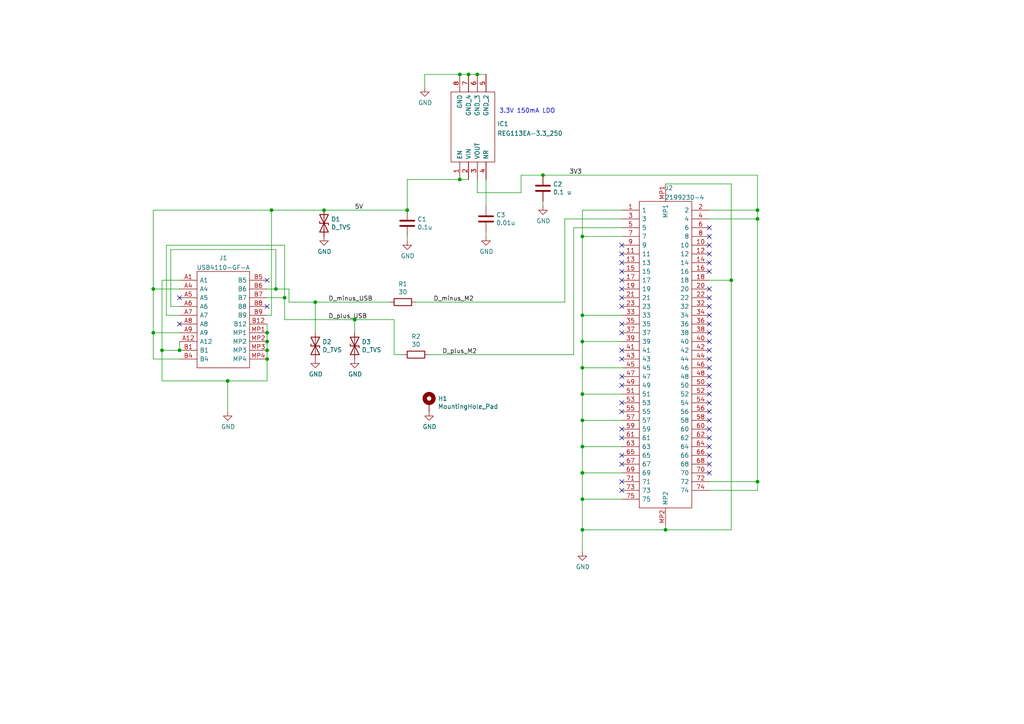
<source format=kicad_sch>
(kicad_sch (version 20211123) (generator eeschema)
  (paper "A4")
  (lib_symbols
    (symbol "2199230-4_1" (pin_names (offset 0.762))
      (property "Reference" "J" (at 95.25 12.7 0))
      (property "Value" "2199230-4_1" (at 95.25 10.16 0))
      (symbol "2199230-4_1_0_0"
        (pin passive line (at 7.62 12.7 270) (length 5.08) (name "1") (number "1"))
        (pin passive line (at 17.78 -12.7 90) (length 5.08) (name "10") (number "10"))
        (pin passive line (at 20.32 12.7 270) (length 5.08) (name "11") (number "11"))
        (pin passive line (at 20.32 -12.7 90) (length 5.08) (name "12") (number "12"))
        (pin passive line (at 22.86 12.7 270) (length 5.08) (name "13") (number "13"))
        (pin passive line (at 22.86 -12.7 90) (length 5.08) (name "14") (number "14"))
        (pin passive line (at 25.4 12.7 270) (length 5.08) (name "15") (number "15"))
        (pin passive line (at 25.4 -12.7 90) (length 5.08) (name "16") (number "16"))
        (pin passive line (at 27.94 12.7 270) (length 5.08) (name "17") (number "17"))
        (pin passive line (at 27.94 -12.7 90) (length 5.08) (name "18") (number "18"))
        (pin passive line (at 30.48 12.7 270) (length 5.08) (name "19") (number "19"))
        (pin passive line (at 7.62 -12.7 90) (length 5.08) (name "2") (number "2"))
        (pin passive line (at 30.48 -12.7 90) (length 5.08) (name "20") (number "20"))
        (pin passive line (at 33.02 12.7 270) (length 5.08) (name "21") (number "21"))
        (pin passive line (at 33.02 -12.7 90) (length 5.08) (name "22") (number "22"))
        (pin passive line (at 35.56 12.7 270) (length 5.08) (name "23") (number "23"))
        (pin passive line (at 10.16 12.7 270) (length 5.08) (name "3") (number "3"))
        (pin passive line (at 35.56 -12.7 90) (length 5.08) (name "32") (number "32"))
        (pin passive line (at 38.1 12.7 270) (length 5.08) (name "33") (number "33"))
        (pin passive line (at 38.1 -12.7 90) (length 5.08) (name "34") (number "34"))
        (pin passive line (at 40.64 12.7 270) (length 5.08) (name "35") (number "35"))
        (pin passive line (at 40.64 -12.7 90) (length 5.08) (name "36") (number "36"))
        (pin passive line (at 43.18 12.7 270) (length 5.08) (name "37") (number "37"))
        (pin passive line (at 43.18 -12.7 90) (length 5.08) (name "38") (number "38"))
        (pin passive line (at 45.72 12.7 270) (length 5.08) (name "39") (number "39"))
        (pin passive line (at 10.16 -12.7 90) (length 5.08) (name "4") (number "4"))
        (pin passive line (at 45.72 -12.7 90) (length 5.08) (name "40") (number "40"))
        (pin passive line (at 48.26 12.7 270) (length 5.08) (name "41") (number "41"))
        (pin passive line (at 48.26 -12.7 90) (length 5.08) (name "42") (number "42"))
        (pin passive line (at 50.8 12.7 270) (length 5.08) (name "43") (number "43"))
        (pin passive line (at 50.8 -12.7 90) (length 5.08) (name "44") (number "44"))
        (pin passive line (at 53.34 12.7 270) (length 5.08) (name "45") (number "45"))
        (pin passive line (at 53.34 -12.7 90) (length 5.08) (name "46") (number "46"))
        (pin passive line (at 55.88 12.7 270) (length 5.08) (name "47") (number "47"))
        (pin passive line (at 55.88 -12.7 90) (length 5.08) (name "48") (number "48"))
        (pin passive line (at 58.42 12.7 270) (length 5.08) (name "49") (number "49"))
        (pin passive line (at 12.7 12.7 270) (length 5.08) (name "5") (number "5"))
        (pin passive line (at 58.42 -12.7 90) (length 5.08) (name "50") (number "50"))
        (pin passive line (at 60.96 12.7 270) (length 5.08) (name "51") (number "51"))
        (pin passive line (at 60.96 -12.7 90) (length 5.08) (name "52") (number "52"))
        (pin passive line (at 63.5 12.7 270) (length 5.08) (name "53") (number "53"))
        (pin passive line (at 63.5 -12.7 90) (length 5.08) (name "54") (number "54"))
        (pin passive line (at 66.04 12.7 270) (length 5.08) (name "55") (number "55"))
        (pin passive line (at 66.04 -12.7 90) (length 5.08) (name "56") (number "56"))
        (pin passive line (at 68.58 12.7 270) (length 5.08) (name "57") (number "57"))
        (pin passive line (at 68.58 -12.7 90) (length 5.08) (name "58") (number "58"))
        (pin passive line (at 71.12 12.7 270) (length 5.08) (name "59") (number "59"))
        (pin passive line (at 12.7 -12.7 90) (length 5.08) (name "6") (number "6"))
        (pin passive line (at 71.12 -12.7 90) (length 5.08) (name "60") (number "60"))
        (pin passive line (at 73.66 12.7 270) (length 5.08) (name "61") (number "61"))
        (pin passive line (at 73.66 -12.7 90) (length 5.08) (name "62") (number "62"))
        (pin passive line (at 76.2 12.7 270) (length 5.08) (name "63") (number "63"))
        (pin passive line (at 76.2 -12.7 90) (length 5.08) (name "64") (number "64"))
        (pin passive line (at 78.74 12.7 270) (length 5.08) (name "65") (number "65"))
        (pin passive line (at 78.74 -12.7 90) (length 5.08) (name "66") (number "66"))
        (pin passive line (at 81.28 12.7 270) (length 5.08) (name "67") (number "67"))
        (pin passive line (at 81.28 -12.7 90) (length 5.08) (name "68") (number "68"))
        (pin passive line (at 83.82 12.7 270) (length 5.08) (name "69") (number "69"))
        (pin passive line (at 15.24 12.7 270) (length 5.08) (name "7") (number "7"))
        (pin passive line (at 83.82 -12.7 90) (length 5.08) (name "70") (number "70"))
        (pin passive line (at 86.36 12.7 270) (length 5.08) (name "71") (number "71"))
        (pin passive line (at 86.36 -12.7 90) (length 5.08) (name "72") (number "72"))
        (pin passive line (at 88.9 12.7 270) (length 5.08) (name "73") (number "73"))
        (pin passive line (at 88.9 -12.7 90) (length 5.08) (name "74") (number "74"))
        (pin passive line (at 91.44 12.7 270) (length 5.08) (name "75") (number "75"))
        (pin passive line (at 15.24 -12.7 90) (length 5.08) (name "8") (number "8"))
        (pin passive line (at 17.78 12.7 270) (length 5.08) (name "9") (number "9"))
        (pin passive line (at 0 0 0) (length 5.08) (name "MP1") (number "MP1"))
        (pin passive line (at 99.06 0 180) (length 5.08) (name "MP2") (number "MP2"))
      )
      (symbol "2199230-4_1_0_1"
        (polyline (pts (xy 5.08 7.62) (xy 93.98 7.62) (xy 93.98 -7.62) (xy 5.08 -7.62) (xy 5.08 7.62)) (stroke (width 0.1524)))
      )
    )
    (symbol "Device:C" (pin_numbers hide) (pin_names (offset 0.254))
      (property "Reference" "C" (at 0.635 2.54 0))
      (property "Value" "C" (at 0.635 -2.54 0))
      (symbol "C_0_1"
        (polyline (pts (xy -2.032 -0.762) (xy 2.032 -0.762)) (stroke (width 0.508)))
        (polyline (pts (xy -2.032 0.762) (xy 2.032 0.762)) (stroke (width 0.508)))
      )
      (symbol "C_1_1"
        (pin passive line (at 0 3.81 270) (length 2.794) (name "~") (number "1"))
        (pin passive line (at 0 -3.81 90) (length 2.794) (name "~") (number "2"))
      )
    )
    (symbol "Device:D_TVS" (pin_numbers hide) (pin_names (offset 1.016) hide)
      (property "Reference" "D" (at 0 2.54 0))
      (property "Value" "D_TVS" (at 0 -2.54 0))
      (symbol "D_TVS_0_1"
        (polyline (pts (xy 1.27 0) (xy -1.27 0)))
        (polyline (pts (xy 0.508 1.27) (xy 0 1.27) (xy 0 -1.27) (xy -0.508 -1.27)) (stroke (width 0.254)))
        (polyline (pts (xy -2.54 1.27) (xy -2.54 -1.27) (xy 2.54 1.27) (xy 2.54 -1.27) (xy -2.54 1.27)) (stroke (width 0.254)))
      )
      (symbol "D_TVS_1_1"
        (pin passive line (at -3.81 0 0) (length 2.54) (name "A1") (number "1"))
        (pin passive line (at 3.81 0 180) (length 2.54) (name "A2") (number "2"))
      )
    )
    (symbol "Device:R" (pin_numbers hide) (pin_names (offset 0))
      (property "Reference" "R" (at 2.032 0 90))
      (property "Value" "R" (at 0 0 90))
      (symbol "R_0_1"
        (rectangle (start -1.016 -2.54) (end 1.016 2.54) (stroke (width 0.254)))
      )
      (symbol "R_1_1"
        (pin passive line (at 0 3.81 270) (length 1.27) (name "~") (number "1"))
        (pin passive line (at 0 -3.81 90) (length 1.27) (name "~") (number "2"))
      )
    )
    (symbol "Mechanical:MountingHole_Pad" (pin_numbers hide) (pin_names (offset 1.016) hide)
      (property "Reference" "H" (at 0 6.35 0))
      (property "Value" "MountingHole_Pad" (at 0 4.445 0))
      (symbol "MountingHole_Pad_0_1"
        (circle (center 0 1.27) (radius 1.27) (stroke (width 1.27)))
      )
      (symbol "MountingHole_Pad_1_1"
        (pin input line (at 0 -2.54 90) (length 2.54) (name "1") (number "1"))
      )
    )
    (symbol "REG113EA-3.3_250:REG113EA-3.3_250" (pin_names (offset 0.762))
      (property "Reference" "IC" (at 26.67 7.62 0))
      (property "Value" "REG113EA-3.3_250" (at 26.67 5.08 0))
      (symbol "REG113EA-3.3_250_0_0"
        (pin passive line (at 0 0 0) (length 5.08) (name "EN") (number "1"))
        (pin passive line (at 0 -2.54 0) (length 5.08) (name "VIN") (number "2"))
        (pin passive line (at 0 -5.08 0) (length 5.08) (name "VOUT") (number "3"))
        (pin passive line (at 0 -7.62 0) (length 5.08) (name "NR") (number "4"))
        (pin passive line (at 30.48 -7.62 180) (length 5.08) (name "GND_2") (number "5"))
        (pin passive line (at 30.48 -5.08 180) (length 5.08) (name "GND_3") (number "6"))
        (pin passive line (at 30.48 -2.54 180) (length 5.08) (name "GND_4") (number "7"))
        (pin passive line (at 30.48 0 180) (length 5.08) (name "GND") (number "8"))
      )
      (symbol "REG113EA-3.3_250_0_1"
        (polyline (pts (xy 5.08 2.54) (xy 25.4 2.54) (xy 25.4 -10.16) (xy 5.08 -10.16) (xy 5.08 2.54)) (stroke (width 0.1524)))
      )
    )
    (symbol "USB4110-GF-A:USB4110-GF-A" (pin_names (offset 0.762))
      (property "Reference" "J" (at 21.59 7.62 0))
      (property "Value" "USB4110-GF-A" (at 21.59 5.08 0))
      (symbol "USB4110-GF-A_0_0"
        (pin passive line (at 0 0 0) (length 5.08) (name "A1") (number "A1"))
        (pin passive line (at 0 -17.78 0) (length 5.08) (name "A12") (number "A12"))
        (pin passive line (at 0 -2.54 0) (length 5.08) (name "A4") (number "A4"))
        (pin passive line (at 0 -5.08 0) (length 5.08) (name "A5") (number "A5"))
        (pin passive line (at 0 -7.62 0) (length 5.08) (name "A6") (number "A6"))
        (pin passive line (at 0 -10.16 0) (length 5.08) (name "A7") (number "A7"))
        (pin passive line (at 0 -12.7 0) (length 5.08) (name "A8") (number "A8"))
        (pin passive line (at 0 -15.24 0) (length 5.08) (name "A9") (number "A9"))
        (pin passive line (at 0 -20.32 0) (length 5.08) (name "B1") (number "B1"))
        (pin passive line (at 25.4 -12.7 180) (length 5.08) (name "B12") (number "B12"))
        (pin passive line (at 0 -22.86 0) (length 5.08) (name "B4") (number "B4"))
        (pin passive line (at 25.4 0 180) (length 5.08) (name "B5") (number "B5"))
        (pin passive line (at 25.4 -2.54 180) (length 5.08) (name "B6") (number "B6"))
        (pin passive line (at 25.4 -5.08 180) (length 5.08) (name "B7") (number "B7"))
        (pin passive line (at 25.4 -7.62 180) (length 5.08) (name "B8") (number "B8"))
        (pin passive line (at 25.4 -10.16 180) (length 5.08) (name "B9") (number "B9"))
        (pin passive line (at 25.4 -15.24 180) (length 5.08) (name "MP1") (number "MP1"))
        (pin passive line (at 25.4 -17.78 180) (length 5.08) (name "MP2") (number "MP2"))
        (pin passive line (at 25.4 -20.32 180) (length 5.08) (name "MP3") (number "MP3"))
        (pin passive line (at 25.4 -22.86 180) (length 5.08) (name "MP4") (number "MP4"))
      )
      (symbol "USB4110-GF-A_0_1"
        (polyline (pts (xy 5.08 2.54) (xy 20.32 2.54) (xy 20.32 -25.4) (xy 5.08 -25.4) (xy 5.08 2.54)) (stroke (width 0.1524)))
      )
    )
    (symbol "power:GND" (power) (pin_names (offset 0))
      (property "Value" "GND" (at 0 -3.81 0))
      (symbol "GND_0_1"
        (polyline (pts (xy 0 0) (xy 0 -1.27) (xy 1.27 -1.27) (xy 0 -2.54) (xy -1.27 -1.27) (xy 0 -1.27)))
      )
      (symbol "GND_1_1"
        (pin power_in line (at 0 0 270) (length 0) hide (name "GND") (number "1"))
      )
    )
  )
  (junction (at 219.71 63.5))
  (junction (at 77.47 99.06))
  (junction (at 168.91 114.3))
  (junction (at 44.45 83.82))
  (junction (at 168.91 137.16))
  (junction (at 133.35 52.07))
  (junction (at 93.98 60.96))
  (junction (at 80.01 83.82))
  (junction (at 46.99 101.6))
  (junction (at 168.91 91.44))
  (junction (at 118.11 60.96))
  (junction (at 219.71 139.7))
  (junction (at 168.91 68.58))
  (junction (at 77.47 96.52))
  (junction (at 168.91 153.67))
  (junction (at 219.71 60.96))
  (junction (at 82.55 86.36))
  (junction (at 78.74 60.96))
  (junction (at 168.91 129.54))
  (junction (at 168.91 99.06))
  (junction (at 133.35 21.59))
  (junction (at 77.47 101.6))
  (junction (at 193.04 153.67))
  (junction (at 91.44 87.63))
  (junction (at 168.91 121.92))
  (junction (at 135.89 21.59))
  (junction (at 168.91 106.68))
  (junction (at 52.07 101.6))
  (junction (at 168.91 144.78))
  (junction (at 138.43 21.59))
  (junction (at 66.04 110.49))
  (junction (at 102.87 92.71))
  (junction (at 77.47 104.14))
  (junction (at 157.48 50.8))
  (junction (at 44.45 96.52))
  (junction (at 212.09 81.28))
  (no_connect (at 205.74 73.66))
  (no_connect (at 205.74 78.74))
  (no_connect (at 180.34 116.84))
  (no_connect (at 205.74 134.62))
  (no_connect (at 180.34 78.74))
  (no_connect (at 205.74 111.76))
  (no_connect (at 205.74 101.6))
  (no_connect (at 205.74 71.12))
  (no_connect (at 205.74 91.44))
  (no_connect (at 180.34 71.12))
  (no_connect (at 180.34 134.62))
  (no_connect (at 205.74 83.82))
  (no_connect (at 180.34 86.36))
  (no_connect (at 205.74 93.98))
  (no_connect (at 180.34 83.82))
  (no_connect (at 180.34 132.08))
  (no_connect (at 205.74 88.9))
  (no_connect (at 180.34 81.28))
  (no_connect (at 180.34 101.6))
  (no_connect (at 180.34 124.46))
  (no_connect (at 205.74 96.52))
  (no_connect (at 205.74 114.3))
  (no_connect (at 205.74 109.22))
  (no_connect (at 180.34 104.14))
  (no_connect (at 180.34 111.76))
  (no_connect (at 180.34 93.98))
  (no_connect (at 205.74 132.08))
  (no_connect (at 205.74 127))
  (no_connect (at 205.74 99.06))
  (no_connect (at 205.74 104.14))
  (no_connect (at 180.34 96.52))
  (no_connect (at 180.34 142.24))
  (no_connect (at 205.74 119.38))
  (no_connect (at 180.34 109.22))
  (no_connect (at 205.74 116.84))
  (no_connect (at 205.74 76.2))
  (no_connect (at 180.34 139.7))
  (no_connect (at 180.34 127))
  (no_connect (at 180.34 119.38))
  (no_connect (at 205.74 66.04))
  (no_connect (at 180.34 73.66))
  (no_connect (at 205.74 68.58))
  (no_connect (at 205.74 106.68))
  (no_connect (at 205.74 121.92))
  (no_connect (at 205.74 124.46))
  (no_connect (at 205.74 137.16))
  (no_connect (at 205.74 129.54))
  (no_connect (at 180.34 76.2))
  (no_connect (at 180.34 88.9))
  (no_connect (at 205.74 86.36))
  (no_connect (at 52.07 93.98))
  (no_connect (at 52.07 86.36))
  (no_connect (at 77.47 81.28))
  (no_connect (at 77.47 88.9))
  (wire (pts (xy 118.11 52.07) (xy 118.11 60.96)))
  (wire (pts (xy 118.11 68.58) (xy 118.11 69.85)))
  (wire (pts (xy 193.04 153.67) (xy 168.91 153.67)))
  (wire (pts (xy 166.37 66.04) (xy 180.34 66.04)))
  (wire (pts (xy 168.91 68.58) (xy 168.91 91.44)))
  (wire (pts (xy 219.71 50.8) (xy 157.48 50.8)))
  (wire (pts (xy 91.44 87.63) (xy 113.03 87.63)))
  (wire (pts (xy 180.34 68.58) (xy 168.91 68.58)))
  (wire (pts (xy 77.47 91.44) (xy 78.74 91.44)))
  (wire (pts (xy 168.91 114.3) (xy 168.91 121.92)))
  (wire (pts (xy 66.04 110.49) (xy 66.04 119.38)))
  (wire (pts (xy 140.97 67.31) (xy 140.97 68.58)))
  (wire (pts (xy 83.82 83.82) (xy 83.82 87.63)))
  (wire (pts (xy 77.47 101.6) (xy 77.47 104.14)))
  (wire (pts (xy 77.47 96.52) (xy 77.47 99.06)))
  (wire (pts (xy 180.34 106.68) (xy 168.91 106.68)))
  (wire (pts (xy 157.48 58.42) (xy 157.48 59.69)))
  (wire (pts (xy 46.99 81.28) (xy 52.07 81.28)))
  (wire (pts (xy 168.91 60.96) (xy 168.91 68.58)))
  (wire (pts (xy 138.43 52.07) (xy 138.43 55.88)))
  (wire (pts (xy 180.34 129.54) (xy 168.91 129.54)))
  (wire (pts (xy 77.47 86.36) (xy 82.55 86.36)))
  (wire (pts (xy 212.09 153.67) (xy 193.04 153.67)))
  (wire (pts (xy 138.43 55.88) (xy 151.13 55.88)))
  (wire (pts (xy 93.98 60.96) (xy 118.11 60.96)))
  (wire (pts (xy 193.04 152.4) (xy 193.04 153.67)))
  (wire (pts (xy 205.74 139.7) (xy 219.71 139.7)))
  (wire (pts (xy 52.07 99.06) (xy 52.07 101.6)))
  (wire (pts (xy 168.91 137.16) (xy 168.91 144.78)))
  (wire (pts (xy 44.45 83.82) (xy 44.45 60.96)))
  (wire (pts (xy 168.91 99.06) (xy 168.91 106.68)))
  (wire (pts (xy 180.34 121.92) (xy 168.91 121.92)))
  (wire (pts (xy 180.34 91.44) (xy 168.91 91.44)))
  (wire (pts (xy 133.35 21.59) (xy 135.89 21.59)))
  (wire (pts (xy 80.01 72.39) (xy 80.01 83.82)))
  (wire (pts (xy 205.74 60.96) (xy 219.71 60.96)))
  (wire (pts (xy 168.91 91.44) (xy 168.91 99.06)))
  (wire (pts (xy 168.91 121.92) (xy 168.91 129.54)))
  (wire (pts (xy 46.99 81.28) (xy 46.99 101.6)))
  (wire (pts (xy 91.44 87.63) (xy 91.44 96.52)))
  (wire (pts (xy 212.09 53.34) (xy 212.09 81.28)))
  (wire (pts (xy 77.47 83.82) (xy 80.01 83.82)))
  (wire (pts (xy 52.07 104.14) (xy 44.45 104.14)))
  (wire (pts (xy 124.46 102.87) (xy 166.37 102.87)))
  (wire (pts (xy 157.48 50.8) (xy 151.13 50.8)))
  (wire (pts (xy 77.47 93.98) (xy 77.47 96.52)))
  (wire (pts (xy 151.13 55.88) (xy 151.13 50.8)))
  (wire (pts (xy 168.91 60.96) (xy 180.34 60.96)))
  (wire (pts (xy 46.99 110.49) (xy 66.04 110.49)))
  (wire (pts (xy 48.26 71.12) (xy 82.55 71.12)))
  (wire (pts (xy 180.34 99.06) (xy 168.91 99.06)))
  (wire (pts (xy 163.83 63.5) (xy 180.34 63.5)))
  (wire (pts (xy 49.53 72.39) (xy 80.01 72.39)))
  (wire (pts (xy 102.87 92.71) (xy 102.87 96.52)))
  (wire (pts (xy 123.19 21.59) (xy 133.35 21.59)))
  (wire (pts (xy 77.47 99.06) (xy 77.47 101.6)))
  (wire (pts (xy 219.71 63.5) (xy 219.71 60.96)))
  (wire (pts (xy 120.65 87.63) (xy 163.83 87.63)))
  (wire (pts (xy 123.19 21.59) (xy 123.19 25.4)))
  (wire (pts (xy 78.74 91.44) (xy 78.74 60.96)))
  (wire (pts (xy 168.91 153.67) (xy 168.91 160.02)))
  (wire (pts (xy 52.07 101.6) (xy 46.99 101.6)))
  (wire (pts (xy 219.71 139.7) (xy 219.71 63.5)))
  (wire (pts (xy 140.97 52.07) (xy 140.97 59.69)))
  (wire (pts (xy 82.55 71.12) (xy 82.55 86.36)))
  (wire (pts (xy 82.55 92.71) (xy 102.87 92.71)))
  (wire (pts (xy 219.71 142.24) (xy 219.71 139.7)))
  (wire (pts (xy 168.91 106.68) (xy 168.91 114.3)))
  (wire (pts (xy 205.74 63.5) (xy 219.71 63.5)))
  (wire (pts (xy 168.91 144.78) (xy 168.91 153.67)))
  (wire (pts (xy 102.87 92.71) (xy 114.3 92.71)))
  (wire (pts (xy 116.84 102.87) (xy 114.3 102.87)))
  (wire (pts (xy 44.45 104.14) (xy 44.45 96.52)))
  (wire (pts (xy 205.74 142.24) (xy 219.71 142.24)))
  (wire (pts (xy 166.37 102.87) (xy 166.37 66.04)))
  (wire (pts (xy 205.74 81.28) (xy 212.09 81.28)))
  (wire (pts (xy 44.45 83.82) (xy 52.07 83.82)))
  (wire (pts (xy 114.3 102.87) (xy 114.3 92.71)))
  (wire (pts (xy 44.45 96.52) (xy 44.45 83.82)))
  (wire (pts (xy 83.82 87.63) (xy 91.44 87.63)))
  (wire (pts (xy 80.01 83.82) (xy 83.82 83.82)))
  (wire (pts (xy 46.99 101.6) (xy 46.99 110.49)))
  (wire (pts (xy 219.71 60.96) (xy 219.71 50.8)))
  (wire (pts (xy 163.83 87.63) (xy 163.83 63.5)))
  (wire (pts (xy 168.91 129.54) (xy 168.91 137.16)))
  (wire (pts (xy 52.07 91.44) (xy 48.26 91.44)))
  (wire (pts (xy 212.09 81.28) (xy 212.09 153.67)))
  (wire (pts (xy 44.45 96.52) (xy 52.07 96.52)))
  (wire (pts (xy 52.07 88.9) (xy 49.53 88.9)))
  (wire (pts (xy 77.47 110.49) (xy 66.04 110.49)))
  (wire (pts (xy 48.26 91.44) (xy 48.26 71.12)))
  (wire (pts (xy 135.89 52.07) (xy 133.35 52.07)))
  (wire (pts (xy 82.55 86.36) (xy 82.55 92.71)))
  (wire (pts (xy 180.34 114.3) (xy 168.91 114.3)))
  (wire (pts (xy 44.45 60.96) (xy 78.74 60.96)))
  (wire (pts (xy 180.34 144.78) (xy 168.91 144.78)))
  (wire (pts (xy 77.47 104.14) (xy 77.47 110.49)))
  (wire (pts (xy 135.89 21.59) (xy 138.43 21.59)))
  (wire (pts (xy 193.04 53.34) (xy 212.09 53.34)))
  (wire (pts (xy 138.43 21.59) (xy 140.97 21.59)))
  (wire (pts (xy 78.74 60.96) (xy 93.98 60.96)))
  (wire (pts (xy 49.53 88.9) (xy 49.53 72.39)))
  (wire (pts (xy 180.34 137.16) (xy 168.91 137.16)))
  (wire (pts (xy 133.35 52.07) (xy 118.11 52.07)))
  (text "3.3V 150mA LDO" (at 144.78 33.02 0) (effects (font (size 1.27 1.27)) (justify left bottom)))
  (label "3V3" (at 165.1 50.8 0))
  (label "D_minus_USB" (at 95.25 87.63 0))
  (label "D_plus_USB" (at 95.25 92.71 0))
  (label "5V" (at 102.87 60.96 0))
  (label "D_minus_M2" (at 125.73 87.63 0))
  (label "D_plus_M2" (at 128.27 102.87 0))
  (symbol (lib_id "Device:R") (at 116.84 87.63 270) (unit 1)
    (property "Reference" "R1" (at 116.84 82.3722 90))
    (property "Value" "30" (at 116.84 84.6836 90))
    (property "Footprint" "Resistor_SMD:R_1206_3216Metric_Pad1.30x1.75mm_HandSolder" (effects hide))
  )
  (symbol (lib_id "Device:R") (at 120.65 102.87 270) (unit 1)
    (property "Reference" "R2" (at 120.65 97.6122 90))
    (property "Value" "30" (at 120.65 99.9236 90))
    (property "Footprint" "Resistor_SMD:R_1206_3216Metric_Pad1.30x1.75mm_HandSolder" (effects hide))
  )
  (symbol (lib_id "Device:C") (at 118.11 64.77 0) (unit 1)
    (property "Reference" "C1" (at 121.031 63.6016 0) (effects (justify left)))
    (property "Value" "0.1u" (at 121.031 65.913 0) (effects (justify left)))
    (property "Footprint" "Capacitor_SMD:C_1206_3216Metric_Pad1.33x1.80mm_HandSolder" (effects hide))
  )
  (symbol (lib_id "power:GND") (at 118.11 69.85 0) (unit 1)
    (property "Reference" "#PWR0105" (effects hide))
    (property "Value" "GND" (at 118.237 74.2442 0))
  )
  (symbol (lib_id "power:GND") (at 102.87 104.14 0) (unit 1)
    (property "Reference" "#PWR0106" (effects hide))
    (property "Value" "GND" (at 102.997 108.5342 0))
  )
  (symbol (lib_id "power:GND") (at 91.44 104.14 0) (unit 1)
    (property "Reference" "#PWR0107" (effects hide))
    (property "Value" "GND" (at 91.567 108.5342 0))
  )
  (symbol (lib_id "power:GND") (at 123.19 25.4 0) (unit 1)
    (property "Reference" "#PWR0103" (effects hide))
    (property "Value" "GND" (at 123.317 29.7942 0))
  )
  (symbol (lib_id "Device:D_TVS") (at 91.44 100.33 270) (unit 1)
    (property "Reference" "D2" (at 93.472 99.1616 90) (effects (justify left)))
    (property "Value" "D_TVS" (at 93.472 101.473 90) (effects (justify left)))
    (property "Footprint" "tvs-diode-CGA0603MLC-05E-pcb-part-libraries:DIONC1608X56N" (effects hide))
  )
  (symbol (lib_id "Device:D_TVS") (at 102.87 100.33 270) (unit 1)
    (property "Reference" "D3" (at 104.902 99.1616 90) (effects (justify left)))
    (property "Value" "D_TVS" (at 104.902 101.473 90) (effects (justify left)))
    (property "Footprint" "tvs-diode-CGA0603MLC-05E-pcb-part-libraries:DIONC1608X56N" (effects hide))
  )
  (symbol (lib_id "Device:D_TVS") (at 93.98 64.77 270) (unit 1)
    (property "Reference" "D1" (at 96.012 63.6016 90) (effects (justify left)))
    (property "Value" "D_TVS" (at 96.012 65.913 90) (effects (justify left)))
    (property "Footprint" "tvs-diode-CGA0603MLC-05E-pcb-part-libraries:DIONC1608X56N" (effects hide))
  )
  (symbol (lib_id "power:GND") (at 93.98 68.58 0) (unit 1)
    (property "Reference" "#PWR0104" (effects hide))
    (property "Value" "GND" (at 94.107 72.9742 0))
  )
  (symbol (lib_id "Device:C") (at 157.48 54.61 0) (unit 1)
    (property "Reference" "C2" (at 160.401 53.4416 0) (effects (justify left)))
    (property "Value" "0.1 u" (at 160.401 55.753 0) (effects (justify left)))
    (property "Footprint" "Capacitor_SMD:C_1206_3216Metric_Pad1.33x1.80mm_HandSolder" (effects hide))
  )
  (symbol (lib_id "power:GND") (at 157.48 59.69 0) (unit 1)
    (property "Reference" "#PWR0108" (effects hide))
    (property "Value" "GND" (at 157.607 64.0842 0))
  )
  (symbol (lib_id "Mechanical:MountingHole_Pad") (at 124.46 116.84 0) (unit 1)
    (property "Reference" "H1" (at 127 115.5954 0) (effects (justify left)))
    (property "Value" "MountingHole_Pad" (at 127 117.9068 0) (effects (justify left)))
    (property "Footprint" "MountingHole:MountingHole_2.5mm_Pad" (effects hide))
  )
  (symbol (lib_id "power:GND") (at 124.46 119.38 0) (unit 1)
    (property "Reference" "#PWR0110" (effects hide))
    (property "Value" "GND" (at 124.587 123.7742 0))
  )
  (symbol (lib_id "power:GND") (at 66.04 119.38 0) (unit 1)
    (property "Reference" "#PWR0101" (effects hide))
    (property "Value" "GND" (at 66.167 123.7742 0))
  )
  (symbol (lib_id "power:GND") (at 168.91 160.02 0) (unit 1)
    (property "Reference" "#PWR0102" (effects hide))
    (property "Value" "GND" (at 169.037 164.4142 0))
  )
  (symbol (lib_id "USB4110-GF-A:USB4110-GF-A") (at 52.07 81.28 0) (unit 1)
    (property "Reference" "J1" (at 64.77 74.8243 0))
    (property "Value" "USB4110-GF-A" (at 64.77 77.5994 0))
    (property "Footprint" "usbc-USB4110-GF-A-pcb-part-libraries:USB4110GFA" (effects hide))
    (property "Datasheet" "https://gct.co/files/drawings/usb4110.pdf" (effects hide))
    (property "Description" "CONN USB 2.0 TYPE-C R/A SMT" (effects hide))
    (property "Height" "3.26" (effects hide))
    (property "Mouser Part Number" "640-USB4110-GF-A" (effects hide))
    (property "Mouser Price/Stock" "https://www.mouser.co.uk/ProductDetail/GCT/USB4110-GF-A?qs=KUoIvG%2F9IlYiZvIXQjyJeA%3D%3D" (effects hide))
    (property "Manufacturer_Name" "GCT (GLOBAL CONNECTOR TECHNOLOGY)" (effects hide))
    (property "Manufacturer_Part_Number" "USB4110-GF-A" (effects hide))
  )
  (symbol (lib_name "2199230-4_1") (lib_id "2199230-4:2199230-4") (at 193.04 53.34 90) (mirror x) (unit 1)
    (property "Reference" "J2" (at 192.8113 54.5043 90) (effects (justify right)))
    (property "Value" "2199230-4" (at 192.8113 57.2794 90) (effects (justify right)))
    (property "Footprint" "m2-2199230-4-pcb-part-libraries:21992304" (effects hide))
    (property "Datasheet" "https://www.te.com/commerce/DocumentDelivery/DDEController?Action=srchrtrv&DocNm=2199230&DocType=Customer+Drawing&DocLang=English&DocFormat=pdf&PartCntxt=2199230-4" (effects hide))
    (property "Description" "AMP - TE CONNECTIVITY - 2199230-4 - CONNECTOR, CARD EDGE, RCPT, 67POS, 2ROW" (effects hide))
    (property "Height" "4.2" (effects hide))
    (property "Mouser Part Number" "571-2199230-4" (effects hide))
    (property "Mouser Price/Stock" "https://www.mouser.co.uk/ProductDetail/TE-Connectivity/2199230-4?qs=EQCnRgr4b6HnhitEoflgGQ%3D%3D" (effects hide))
    (property "Manufacturer_Name" "TE Connectivity" (effects hide))
    (property "Manufacturer_Part_Number" "2199230-4" (effects hide))
  )
  (symbol (lib_id "REG113EA-3.3_250:REG113EA-3.3_250") (at 133.35 52.07 90) (unit 1)
    (property "Reference" "IC1" (at 144.2212 35.9215 90) (effects (justify right)))
    (property "Value" "REG113EA-3.3_250" (at 144.2212 38.6966 90) (effects (justify right)))
    (property "Footprint" "SOP65P490X110-8N" (effects hide))
    (property "Datasheet" "http://www.ti.com/lit/gpn/reg113" (effects hide))
    (property "Description" "400mA, Low-Noise, Low-Dropout Regulator" (effects hide))
    (property "Mouser Part Number" "595-REG113EA-3.3/250" (effects hide))
    (property "Mouser Price/Stock" "https://www.mouser.co.uk/ProductDetail/Texas-Instruments/REG113EA-33-250?qs=sSOk4GDDv7xPko1XdFasfg%3D%3D" (effects hide))
    (property "Manufacturer_Name" "Texas Instruments" (effects hide))
    (property "Manufacturer_Part_Number" "REG113EA-3.3/250" (effects hide))
  )
  (symbol (lib_id "Device:C") (at 140.97 63.5 0) (unit 1)
    (property "Reference" "C3" (at 143.891 62.3316 0) (effects (justify left)))
    (property "Value" "0.01u" (at 143.891 64.643 0) (effects (justify left)))
    (property "Footprint" "Capacitor_SMD:C_1206_3216Metric_Pad1.33x1.80mm_HandSolder" (effects hide))
  )
  (symbol (lib_id "power:GND") (at 140.97 68.58 0) (unit 1)
    (property "Reference" "#PWR0109" (effects hide))
    (property "Value" "GND" (at 141.097 72.9742 0))
  )
)
</source>
